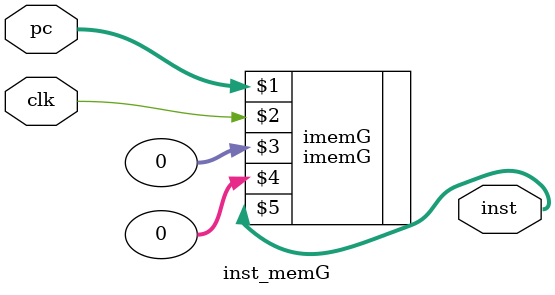
<source format=sv>
module inst_memG( input logic clk,
                 input logic [15:0]  pc,
                 output logic [15:0] inst );
   
   imemG imemG( pc, clk, 0, 0, inst );
   
endmodule

</source>
